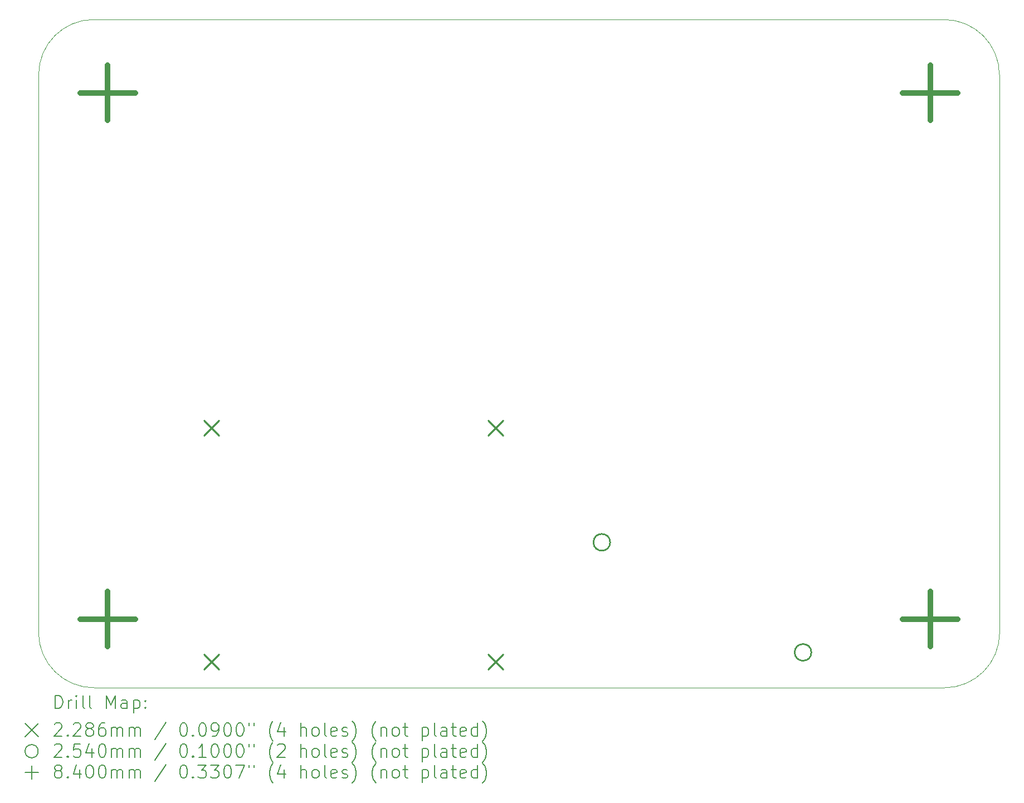
<source format=gbr>
%FSLAX45Y45*%
G04 Gerber Fmt 4.5, Leading zero omitted, Abs format (unit mm)*
G04 Created by KiCad (PCBNEW (6.0.4)) date 2023-03-10 14:52:50*
%MOMM*%
%LPD*%
G01*
G04 APERTURE LIST*
%TA.AperFunction,Profile*%
%ADD10C,0.100000*%
%TD*%
%ADD11C,0.200000*%
%ADD12C,0.228600*%
%ADD13C,0.254000*%
%ADD14C,0.840000*%
G04 APERTURE END LIST*
D10*
X20967000Y-13794000D02*
X8047345Y-13794000D01*
X21800737Y-4474263D02*
G75*
G03*
X20961737Y-3635263I-838997J3D01*
G01*
X21800737Y-4474263D02*
X21804000Y-12957000D01*
X7198347Y-12959250D02*
G75*
G03*
X8047345Y-13794000I841998J7250D01*
G01*
X8039000Y-3634000D02*
X20961737Y-3635263D01*
X20967000Y-13794000D02*
G75*
G03*
X21804000Y-12957000I0J837000D01*
G01*
X8039000Y-3634000D02*
G75*
G03*
X7200000Y-4473000I0J-839000D01*
G01*
X7198347Y-12959250D02*
X7200000Y-4473000D01*
D11*
D12*
X9707880Y-9728200D02*
X9936480Y-9956800D01*
X9936480Y-9728200D02*
X9707880Y-9956800D01*
X9710420Y-13284200D02*
X9939020Y-13512800D01*
X9939020Y-13284200D02*
X9710420Y-13512800D01*
X14025880Y-13286740D02*
X14254480Y-13515340D01*
X14254480Y-13286740D02*
X14025880Y-13515340D01*
X14028420Y-9730740D02*
X14257020Y-9959340D01*
X14257020Y-9730740D02*
X14028420Y-9959340D01*
D13*
X15885160Y-11582400D02*
G75*
G03*
X15885160Y-11582400I-127000J0D01*
G01*
X18943320Y-13256260D02*
G75*
G03*
X18943320Y-13256260I-127000J0D01*
G01*
D14*
X8250000Y-4330000D02*
X8250000Y-5170000D01*
X7830000Y-4750000D02*
X8670000Y-4750000D01*
X8250000Y-12330000D02*
X8250000Y-13170000D01*
X7830000Y-12750000D02*
X8670000Y-12750000D01*
X20750000Y-4330000D02*
X20750000Y-5170000D01*
X20330000Y-4750000D02*
X21170000Y-4750000D01*
X20750000Y-12330000D02*
X20750000Y-13170000D01*
X20330000Y-12750000D02*
X21170000Y-12750000D01*
D11*
X7450966Y-14109505D02*
X7450966Y-13909505D01*
X7498585Y-13909505D01*
X7527157Y-13919029D01*
X7546204Y-13938077D01*
X7555728Y-13957124D01*
X7565252Y-13995219D01*
X7565252Y-14023791D01*
X7555728Y-14061886D01*
X7546204Y-14080934D01*
X7527157Y-14099981D01*
X7498585Y-14109505D01*
X7450966Y-14109505D01*
X7650966Y-14109505D02*
X7650966Y-13976172D01*
X7650966Y-14014267D02*
X7660490Y-13995219D01*
X7670014Y-13985696D01*
X7689061Y-13976172D01*
X7708109Y-13976172D01*
X7774776Y-14109505D02*
X7774776Y-13976172D01*
X7774776Y-13909505D02*
X7765252Y-13919029D01*
X7774776Y-13928553D01*
X7784300Y-13919029D01*
X7774776Y-13909505D01*
X7774776Y-13928553D01*
X7898585Y-14109505D02*
X7879538Y-14099981D01*
X7870014Y-14080934D01*
X7870014Y-13909505D01*
X8003347Y-14109505D02*
X7984300Y-14099981D01*
X7974776Y-14080934D01*
X7974776Y-13909505D01*
X8231919Y-14109505D02*
X8231919Y-13909505D01*
X8298585Y-14052362D01*
X8365252Y-13909505D01*
X8365252Y-14109505D01*
X8546204Y-14109505D02*
X8546204Y-14004743D01*
X8536681Y-13985696D01*
X8517633Y-13976172D01*
X8479538Y-13976172D01*
X8460490Y-13985696D01*
X8546204Y-14099981D02*
X8527157Y-14109505D01*
X8479538Y-14109505D01*
X8460490Y-14099981D01*
X8450966Y-14080934D01*
X8450966Y-14061886D01*
X8460490Y-14042839D01*
X8479538Y-14033315D01*
X8527157Y-14033315D01*
X8546204Y-14023791D01*
X8641443Y-13976172D02*
X8641443Y-14176172D01*
X8641443Y-13985696D02*
X8660490Y-13976172D01*
X8698585Y-13976172D01*
X8717633Y-13985696D01*
X8727157Y-13995219D01*
X8736681Y-14014267D01*
X8736681Y-14071410D01*
X8727157Y-14090458D01*
X8717633Y-14099981D01*
X8698585Y-14109505D01*
X8660490Y-14109505D01*
X8641443Y-14099981D01*
X8822395Y-14090458D02*
X8831919Y-14099981D01*
X8822395Y-14109505D01*
X8812871Y-14099981D01*
X8822395Y-14090458D01*
X8822395Y-14109505D01*
X8822395Y-13985696D02*
X8831919Y-13995219D01*
X8822395Y-14004743D01*
X8812871Y-13995219D01*
X8822395Y-13985696D01*
X8822395Y-14004743D01*
X6993347Y-14339029D02*
X7193347Y-14539029D01*
X7193347Y-14339029D02*
X6993347Y-14539029D01*
X7441442Y-14348553D02*
X7450966Y-14339029D01*
X7470014Y-14329505D01*
X7517633Y-14329505D01*
X7536681Y-14339029D01*
X7546204Y-14348553D01*
X7555728Y-14367600D01*
X7555728Y-14386648D01*
X7546204Y-14415219D01*
X7431919Y-14529505D01*
X7555728Y-14529505D01*
X7641442Y-14510458D02*
X7650966Y-14519981D01*
X7641442Y-14529505D01*
X7631919Y-14519981D01*
X7641442Y-14510458D01*
X7641442Y-14529505D01*
X7727157Y-14348553D02*
X7736681Y-14339029D01*
X7755728Y-14329505D01*
X7803347Y-14329505D01*
X7822395Y-14339029D01*
X7831919Y-14348553D01*
X7841442Y-14367600D01*
X7841442Y-14386648D01*
X7831919Y-14415219D01*
X7717633Y-14529505D01*
X7841442Y-14529505D01*
X7955728Y-14415219D02*
X7936681Y-14405696D01*
X7927157Y-14396172D01*
X7917633Y-14377124D01*
X7917633Y-14367600D01*
X7927157Y-14348553D01*
X7936681Y-14339029D01*
X7955728Y-14329505D01*
X7993823Y-14329505D01*
X8012871Y-14339029D01*
X8022395Y-14348553D01*
X8031919Y-14367600D01*
X8031919Y-14377124D01*
X8022395Y-14396172D01*
X8012871Y-14405696D01*
X7993823Y-14415219D01*
X7955728Y-14415219D01*
X7936681Y-14424743D01*
X7927157Y-14434267D01*
X7917633Y-14453315D01*
X7917633Y-14491410D01*
X7927157Y-14510458D01*
X7936681Y-14519981D01*
X7955728Y-14529505D01*
X7993823Y-14529505D01*
X8012871Y-14519981D01*
X8022395Y-14510458D01*
X8031919Y-14491410D01*
X8031919Y-14453315D01*
X8022395Y-14434267D01*
X8012871Y-14424743D01*
X7993823Y-14415219D01*
X8203347Y-14329505D02*
X8165252Y-14329505D01*
X8146204Y-14339029D01*
X8136681Y-14348553D01*
X8117633Y-14377124D01*
X8108109Y-14415219D01*
X8108109Y-14491410D01*
X8117633Y-14510458D01*
X8127157Y-14519981D01*
X8146204Y-14529505D01*
X8184300Y-14529505D01*
X8203347Y-14519981D01*
X8212871Y-14510458D01*
X8222395Y-14491410D01*
X8222395Y-14443791D01*
X8212871Y-14424743D01*
X8203347Y-14415219D01*
X8184300Y-14405696D01*
X8146204Y-14405696D01*
X8127157Y-14415219D01*
X8117633Y-14424743D01*
X8108109Y-14443791D01*
X8308109Y-14529505D02*
X8308109Y-14396172D01*
X8308109Y-14415219D02*
X8317633Y-14405696D01*
X8336681Y-14396172D01*
X8365252Y-14396172D01*
X8384300Y-14405696D01*
X8393823Y-14424743D01*
X8393823Y-14529505D01*
X8393823Y-14424743D02*
X8403347Y-14405696D01*
X8422395Y-14396172D01*
X8450966Y-14396172D01*
X8470014Y-14405696D01*
X8479538Y-14424743D01*
X8479538Y-14529505D01*
X8574776Y-14529505D02*
X8574776Y-14396172D01*
X8574776Y-14415219D02*
X8584300Y-14405696D01*
X8603347Y-14396172D01*
X8631919Y-14396172D01*
X8650966Y-14405696D01*
X8660490Y-14424743D01*
X8660490Y-14529505D01*
X8660490Y-14424743D02*
X8670014Y-14405696D01*
X8689062Y-14396172D01*
X8717633Y-14396172D01*
X8736681Y-14405696D01*
X8746204Y-14424743D01*
X8746204Y-14529505D01*
X9136681Y-14319981D02*
X8965252Y-14577124D01*
X9393823Y-14329505D02*
X9412871Y-14329505D01*
X9431919Y-14339029D01*
X9441443Y-14348553D01*
X9450966Y-14367600D01*
X9460490Y-14405696D01*
X9460490Y-14453315D01*
X9450966Y-14491410D01*
X9441443Y-14510458D01*
X9431919Y-14519981D01*
X9412871Y-14529505D01*
X9393823Y-14529505D01*
X9374776Y-14519981D01*
X9365252Y-14510458D01*
X9355728Y-14491410D01*
X9346204Y-14453315D01*
X9346204Y-14405696D01*
X9355728Y-14367600D01*
X9365252Y-14348553D01*
X9374776Y-14339029D01*
X9393823Y-14329505D01*
X9546204Y-14510458D02*
X9555728Y-14519981D01*
X9546204Y-14529505D01*
X9536681Y-14519981D01*
X9546204Y-14510458D01*
X9546204Y-14529505D01*
X9679538Y-14329505D02*
X9698585Y-14329505D01*
X9717633Y-14339029D01*
X9727157Y-14348553D01*
X9736681Y-14367600D01*
X9746204Y-14405696D01*
X9746204Y-14453315D01*
X9736681Y-14491410D01*
X9727157Y-14510458D01*
X9717633Y-14519981D01*
X9698585Y-14529505D01*
X9679538Y-14529505D01*
X9660490Y-14519981D01*
X9650966Y-14510458D01*
X9641443Y-14491410D01*
X9631919Y-14453315D01*
X9631919Y-14405696D01*
X9641443Y-14367600D01*
X9650966Y-14348553D01*
X9660490Y-14339029D01*
X9679538Y-14329505D01*
X9841443Y-14529505D02*
X9879538Y-14529505D01*
X9898585Y-14519981D01*
X9908109Y-14510458D01*
X9927157Y-14481886D01*
X9936681Y-14443791D01*
X9936681Y-14367600D01*
X9927157Y-14348553D01*
X9917633Y-14339029D01*
X9898585Y-14329505D01*
X9860490Y-14329505D01*
X9841443Y-14339029D01*
X9831919Y-14348553D01*
X9822395Y-14367600D01*
X9822395Y-14415219D01*
X9831919Y-14434267D01*
X9841443Y-14443791D01*
X9860490Y-14453315D01*
X9898585Y-14453315D01*
X9917633Y-14443791D01*
X9927157Y-14434267D01*
X9936681Y-14415219D01*
X10060490Y-14329505D02*
X10079538Y-14329505D01*
X10098585Y-14339029D01*
X10108109Y-14348553D01*
X10117633Y-14367600D01*
X10127157Y-14405696D01*
X10127157Y-14453315D01*
X10117633Y-14491410D01*
X10108109Y-14510458D01*
X10098585Y-14519981D01*
X10079538Y-14529505D01*
X10060490Y-14529505D01*
X10041443Y-14519981D01*
X10031919Y-14510458D01*
X10022395Y-14491410D01*
X10012871Y-14453315D01*
X10012871Y-14405696D01*
X10022395Y-14367600D01*
X10031919Y-14348553D01*
X10041443Y-14339029D01*
X10060490Y-14329505D01*
X10250966Y-14329505D02*
X10270014Y-14329505D01*
X10289062Y-14339029D01*
X10298585Y-14348553D01*
X10308109Y-14367600D01*
X10317633Y-14405696D01*
X10317633Y-14453315D01*
X10308109Y-14491410D01*
X10298585Y-14510458D01*
X10289062Y-14519981D01*
X10270014Y-14529505D01*
X10250966Y-14529505D01*
X10231919Y-14519981D01*
X10222395Y-14510458D01*
X10212871Y-14491410D01*
X10203347Y-14453315D01*
X10203347Y-14405696D01*
X10212871Y-14367600D01*
X10222395Y-14348553D01*
X10231919Y-14339029D01*
X10250966Y-14329505D01*
X10393823Y-14329505D02*
X10393823Y-14367600D01*
X10470014Y-14329505D02*
X10470014Y-14367600D01*
X10765252Y-14605696D02*
X10755728Y-14596172D01*
X10736681Y-14567600D01*
X10727157Y-14548553D01*
X10717633Y-14519981D01*
X10708109Y-14472362D01*
X10708109Y-14434267D01*
X10717633Y-14386648D01*
X10727157Y-14358077D01*
X10736681Y-14339029D01*
X10755728Y-14310458D01*
X10765252Y-14300934D01*
X10927157Y-14396172D02*
X10927157Y-14529505D01*
X10879538Y-14319981D02*
X10831919Y-14462839D01*
X10955728Y-14462839D01*
X11184300Y-14529505D02*
X11184300Y-14329505D01*
X11270014Y-14529505D02*
X11270014Y-14424743D01*
X11260490Y-14405696D01*
X11241442Y-14396172D01*
X11212871Y-14396172D01*
X11193823Y-14405696D01*
X11184300Y-14415219D01*
X11393823Y-14529505D02*
X11374776Y-14519981D01*
X11365252Y-14510458D01*
X11355728Y-14491410D01*
X11355728Y-14434267D01*
X11365252Y-14415219D01*
X11374776Y-14405696D01*
X11393823Y-14396172D01*
X11422395Y-14396172D01*
X11441442Y-14405696D01*
X11450966Y-14415219D01*
X11460490Y-14434267D01*
X11460490Y-14491410D01*
X11450966Y-14510458D01*
X11441442Y-14519981D01*
X11422395Y-14529505D01*
X11393823Y-14529505D01*
X11574776Y-14529505D02*
X11555728Y-14519981D01*
X11546204Y-14500934D01*
X11546204Y-14329505D01*
X11727157Y-14519981D02*
X11708109Y-14529505D01*
X11670014Y-14529505D01*
X11650966Y-14519981D01*
X11641442Y-14500934D01*
X11641442Y-14424743D01*
X11650966Y-14405696D01*
X11670014Y-14396172D01*
X11708109Y-14396172D01*
X11727157Y-14405696D01*
X11736681Y-14424743D01*
X11736681Y-14443791D01*
X11641442Y-14462839D01*
X11812871Y-14519981D02*
X11831919Y-14529505D01*
X11870014Y-14529505D01*
X11889061Y-14519981D01*
X11898585Y-14500934D01*
X11898585Y-14491410D01*
X11889061Y-14472362D01*
X11870014Y-14462839D01*
X11841442Y-14462839D01*
X11822395Y-14453315D01*
X11812871Y-14434267D01*
X11812871Y-14424743D01*
X11822395Y-14405696D01*
X11841442Y-14396172D01*
X11870014Y-14396172D01*
X11889061Y-14405696D01*
X11965252Y-14605696D02*
X11974776Y-14596172D01*
X11993823Y-14567600D01*
X12003347Y-14548553D01*
X12012871Y-14519981D01*
X12022395Y-14472362D01*
X12022395Y-14434267D01*
X12012871Y-14386648D01*
X12003347Y-14358077D01*
X11993823Y-14339029D01*
X11974776Y-14310458D01*
X11965252Y-14300934D01*
X12327157Y-14605696D02*
X12317633Y-14596172D01*
X12298585Y-14567600D01*
X12289061Y-14548553D01*
X12279538Y-14519981D01*
X12270014Y-14472362D01*
X12270014Y-14434267D01*
X12279538Y-14386648D01*
X12289061Y-14358077D01*
X12298585Y-14339029D01*
X12317633Y-14310458D01*
X12327157Y-14300934D01*
X12403347Y-14396172D02*
X12403347Y-14529505D01*
X12403347Y-14415219D02*
X12412871Y-14405696D01*
X12431919Y-14396172D01*
X12460490Y-14396172D01*
X12479538Y-14405696D01*
X12489061Y-14424743D01*
X12489061Y-14529505D01*
X12612871Y-14529505D02*
X12593823Y-14519981D01*
X12584300Y-14510458D01*
X12574776Y-14491410D01*
X12574776Y-14434267D01*
X12584300Y-14415219D01*
X12593823Y-14405696D01*
X12612871Y-14396172D01*
X12641442Y-14396172D01*
X12660490Y-14405696D01*
X12670014Y-14415219D01*
X12679538Y-14434267D01*
X12679538Y-14491410D01*
X12670014Y-14510458D01*
X12660490Y-14519981D01*
X12641442Y-14529505D01*
X12612871Y-14529505D01*
X12736681Y-14396172D02*
X12812871Y-14396172D01*
X12765252Y-14329505D02*
X12765252Y-14500934D01*
X12774776Y-14519981D01*
X12793823Y-14529505D01*
X12812871Y-14529505D01*
X13031919Y-14396172D02*
X13031919Y-14596172D01*
X13031919Y-14405696D02*
X13050966Y-14396172D01*
X13089061Y-14396172D01*
X13108109Y-14405696D01*
X13117633Y-14415219D01*
X13127157Y-14434267D01*
X13127157Y-14491410D01*
X13117633Y-14510458D01*
X13108109Y-14519981D01*
X13089061Y-14529505D01*
X13050966Y-14529505D01*
X13031919Y-14519981D01*
X13241442Y-14529505D02*
X13222395Y-14519981D01*
X13212871Y-14500934D01*
X13212871Y-14329505D01*
X13403347Y-14529505D02*
X13403347Y-14424743D01*
X13393823Y-14405696D01*
X13374776Y-14396172D01*
X13336681Y-14396172D01*
X13317633Y-14405696D01*
X13403347Y-14519981D02*
X13384300Y-14529505D01*
X13336681Y-14529505D01*
X13317633Y-14519981D01*
X13308109Y-14500934D01*
X13308109Y-14481886D01*
X13317633Y-14462839D01*
X13336681Y-14453315D01*
X13384300Y-14453315D01*
X13403347Y-14443791D01*
X13470014Y-14396172D02*
X13546204Y-14396172D01*
X13498585Y-14329505D02*
X13498585Y-14500934D01*
X13508109Y-14519981D01*
X13527157Y-14529505D01*
X13546204Y-14529505D01*
X13689061Y-14519981D02*
X13670014Y-14529505D01*
X13631919Y-14529505D01*
X13612871Y-14519981D01*
X13603347Y-14500934D01*
X13603347Y-14424743D01*
X13612871Y-14405696D01*
X13631919Y-14396172D01*
X13670014Y-14396172D01*
X13689061Y-14405696D01*
X13698585Y-14424743D01*
X13698585Y-14443791D01*
X13603347Y-14462839D01*
X13870014Y-14529505D02*
X13870014Y-14329505D01*
X13870014Y-14519981D02*
X13850966Y-14529505D01*
X13812871Y-14529505D01*
X13793823Y-14519981D01*
X13784300Y-14510458D01*
X13774776Y-14491410D01*
X13774776Y-14434267D01*
X13784300Y-14415219D01*
X13793823Y-14405696D01*
X13812871Y-14396172D01*
X13850966Y-14396172D01*
X13870014Y-14405696D01*
X13946204Y-14605696D02*
X13955728Y-14596172D01*
X13974776Y-14567600D01*
X13984300Y-14548553D01*
X13993823Y-14519981D01*
X14003347Y-14472362D01*
X14003347Y-14434267D01*
X13993823Y-14386648D01*
X13984300Y-14358077D01*
X13974776Y-14339029D01*
X13955728Y-14310458D01*
X13946204Y-14300934D01*
X7193347Y-14759029D02*
G75*
G03*
X7193347Y-14759029I-100000J0D01*
G01*
X7441442Y-14668553D02*
X7450966Y-14659029D01*
X7470014Y-14649505D01*
X7517633Y-14649505D01*
X7536681Y-14659029D01*
X7546204Y-14668553D01*
X7555728Y-14687600D01*
X7555728Y-14706648D01*
X7546204Y-14735219D01*
X7431919Y-14849505D01*
X7555728Y-14849505D01*
X7641442Y-14830458D02*
X7650966Y-14839981D01*
X7641442Y-14849505D01*
X7631919Y-14839981D01*
X7641442Y-14830458D01*
X7641442Y-14849505D01*
X7831919Y-14649505D02*
X7736681Y-14649505D01*
X7727157Y-14744743D01*
X7736681Y-14735219D01*
X7755728Y-14725696D01*
X7803347Y-14725696D01*
X7822395Y-14735219D01*
X7831919Y-14744743D01*
X7841442Y-14763791D01*
X7841442Y-14811410D01*
X7831919Y-14830458D01*
X7822395Y-14839981D01*
X7803347Y-14849505D01*
X7755728Y-14849505D01*
X7736681Y-14839981D01*
X7727157Y-14830458D01*
X8012871Y-14716172D02*
X8012871Y-14849505D01*
X7965252Y-14639981D02*
X7917633Y-14782839D01*
X8041442Y-14782839D01*
X8155728Y-14649505D02*
X8174776Y-14649505D01*
X8193823Y-14659029D01*
X8203347Y-14668553D01*
X8212871Y-14687600D01*
X8222395Y-14725696D01*
X8222395Y-14773315D01*
X8212871Y-14811410D01*
X8203347Y-14830458D01*
X8193823Y-14839981D01*
X8174776Y-14849505D01*
X8155728Y-14849505D01*
X8136681Y-14839981D01*
X8127157Y-14830458D01*
X8117633Y-14811410D01*
X8108109Y-14773315D01*
X8108109Y-14725696D01*
X8117633Y-14687600D01*
X8127157Y-14668553D01*
X8136681Y-14659029D01*
X8155728Y-14649505D01*
X8308109Y-14849505D02*
X8308109Y-14716172D01*
X8308109Y-14735219D02*
X8317633Y-14725696D01*
X8336681Y-14716172D01*
X8365252Y-14716172D01*
X8384300Y-14725696D01*
X8393823Y-14744743D01*
X8393823Y-14849505D01*
X8393823Y-14744743D02*
X8403347Y-14725696D01*
X8422395Y-14716172D01*
X8450966Y-14716172D01*
X8470014Y-14725696D01*
X8479538Y-14744743D01*
X8479538Y-14849505D01*
X8574776Y-14849505D02*
X8574776Y-14716172D01*
X8574776Y-14735219D02*
X8584300Y-14725696D01*
X8603347Y-14716172D01*
X8631919Y-14716172D01*
X8650966Y-14725696D01*
X8660490Y-14744743D01*
X8660490Y-14849505D01*
X8660490Y-14744743D02*
X8670014Y-14725696D01*
X8689062Y-14716172D01*
X8717633Y-14716172D01*
X8736681Y-14725696D01*
X8746204Y-14744743D01*
X8746204Y-14849505D01*
X9136681Y-14639981D02*
X8965252Y-14897124D01*
X9393823Y-14649505D02*
X9412871Y-14649505D01*
X9431919Y-14659029D01*
X9441443Y-14668553D01*
X9450966Y-14687600D01*
X9460490Y-14725696D01*
X9460490Y-14773315D01*
X9450966Y-14811410D01*
X9441443Y-14830458D01*
X9431919Y-14839981D01*
X9412871Y-14849505D01*
X9393823Y-14849505D01*
X9374776Y-14839981D01*
X9365252Y-14830458D01*
X9355728Y-14811410D01*
X9346204Y-14773315D01*
X9346204Y-14725696D01*
X9355728Y-14687600D01*
X9365252Y-14668553D01*
X9374776Y-14659029D01*
X9393823Y-14649505D01*
X9546204Y-14830458D02*
X9555728Y-14839981D01*
X9546204Y-14849505D01*
X9536681Y-14839981D01*
X9546204Y-14830458D01*
X9546204Y-14849505D01*
X9746204Y-14849505D02*
X9631919Y-14849505D01*
X9689062Y-14849505D02*
X9689062Y-14649505D01*
X9670014Y-14678077D01*
X9650966Y-14697124D01*
X9631919Y-14706648D01*
X9870014Y-14649505D02*
X9889062Y-14649505D01*
X9908109Y-14659029D01*
X9917633Y-14668553D01*
X9927157Y-14687600D01*
X9936681Y-14725696D01*
X9936681Y-14773315D01*
X9927157Y-14811410D01*
X9917633Y-14830458D01*
X9908109Y-14839981D01*
X9889062Y-14849505D01*
X9870014Y-14849505D01*
X9850966Y-14839981D01*
X9841443Y-14830458D01*
X9831919Y-14811410D01*
X9822395Y-14773315D01*
X9822395Y-14725696D01*
X9831919Y-14687600D01*
X9841443Y-14668553D01*
X9850966Y-14659029D01*
X9870014Y-14649505D01*
X10060490Y-14649505D02*
X10079538Y-14649505D01*
X10098585Y-14659029D01*
X10108109Y-14668553D01*
X10117633Y-14687600D01*
X10127157Y-14725696D01*
X10127157Y-14773315D01*
X10117633Y-14811410D01*
X10108109Y-14830458D01*
X10098585Y-14839981D01*
X10079538Y-14849505D01*
X10060490Y-14849505D01*
X10041443Y-14839981D01*
X10031919Y-14830458D01*
X10022395Y-14811410D01*
X10012871Y-14773315D01*
X10012871Y-14725696D01*
X10022395Y-14687600D01*
X10031919Y-14668553D01*
X10041443Y-14659029D01*
X10060490Y-14649505D01*
X10250966Y-14649505D02*
X10270014Y-14649505D01*
X10289062Y-14659029D01*
X10298585Y-14668553D01*
X10308109Y-14687600D01*
X10317633Y-14725696D01*
X10317633Y-14773315D01*
X10308109Y-14811410D01*
X10298585Y-14830458D01*
X10289062Y-14839981D01*
X10270014Y-14849505D01*
X10250966Y-14849505D01*
X10231919Y-14839981D01*
X10222395Y-14830458D01*
X10212871Y-14811410D01*
X10203347Y-14773315D01*
X10203347Y-14725696D01*
X10212871Y-14687600D01*
X10222395Y-14668553D01*
X10231919Y-14659029D01*
X10250966Y-14649505D01*
X10393823Y-14649505D02*
X10393823Y-14687600D01*
X10470014Y-14649505D02*
X10470014Y-14687600D01*
X10765252Y-14925696D02*
X10755728Y-14916172D01*
X10736681Y-14887600D01*
X10727157Y-14868553D01*
X10717633Y-14839981D01*
X10708109Y-14792362D01*
X10708109Y-14754267D01*
X10717633Y-14706648D01*
X10727157Y-14678077D01*
X10736681Y-14659029D01*
X10755728Y-14630458D01*
X10765252Y-14620934D01*
X10831919Y-14668553D02*
X10841443Y-14659029D01*
X10860490Y-14649505D01*
X10908109Y-14649505D01*
X10927157Y-14659029D01*
X10936681Y-14668553D01*
X10946204Y-14687600D01*
X10946204Y-14706648D01*
X10936681Y-14735219D01*
X10822395Y-14849505D01*
X10946204Y-14849505D01*
X11184300Y-14849505D02*
X11184300Y-14649505D01*
X11270014Y-14849505D02*
X11270014Y-14744743D01*
X11260490Y-14725696D01*
X11241442Y-14716172D01*
X11212871Y-14716172D01*
X11193823Y-14725696D01*
X11184300Y-14735219D01*
X11393823Y-14849505D02*
X11374776Y-14839981D01*
X11365252Y-14830458D01*
X11355728Y-14811410D01*
X11355728Y-14754267D01*
X11365252Y-14735219D01*
X11374776Y-14725696D01*
X11393823Y-14716172D01*
X11422395Y-14716172D01*
X11441442Y-14725696D01*
X11450966Y-14735219D01*
X11460490Y-14754267D01*
X11460490Y-14811410D01*
X11450966Y-14830458D01*
X11441442Y-14839981D01*
X11422395Y-14849505D01*
X11393823Y-14849505D01*
X11574776Y-14849505D02*
X11555728Y-14839981D01*
X11546204Y-14820934D01*
X11546204Y-14649505D01*
X11727157Y-14839981D02*
X11708109Y-14849505D01*
X11670014Y-14849505D01*
X11650966Y-14839981D01*
X11641442Y-14820934D01*
X11641442Y-14744743D01*
X11650966Y-14725696D01*
X11670014Y-14716172D01*
X11708109Y-14716172D01*
X11727157Y-14725696D01*
X11736681Y-14744743D01*
X11736681Y-14763791D01*
X11641442Y-14782839D01*
X11812871Y-14839981D02*
X11831919Y-14849505D01*
X11870014Y-14849505D01*
X11889061Y-14839981D01*
X11898585Y-14820934D01*
X11898585Y-14811410D01*
X11889061Y-14792362D01*
X11870014Y-14782839D01*
X11841442Y-14782839D01*
X11822395Y-14773315D01*
X11812871Y-14754267D01*
X11812871Y-14744743D01*
X11822395Y-14725696D01*
X11841442Y-14716172D01*
X11870014Y-14716172D01*
X11889061Y-14725696D01*
X11965252Y-14925696D02*
X11974776Y-14916172D01*
X11993823Y-14887600D01*
X12003347Y-14868553D01*
X12012871Y-14839981D01*
X12022395Y-14792362D01*
X12022395Y-14754267D01*
X12012871Y-14706648D01*
X12003347Y-14678077D01*
X11993823Y-14659029D01*
X11974776Y-14630458D01*
X11965252Y-14620934D01*
X12327157Y-14925696D02*
X12317633Y-14916172D01*
X12298585Y-14887600D01*
X12289061Y-14868553D01*
X12279538Y-14839981D01*
X12270014Y-14792362D01*
X12270014Y-14754267D01*
X12279538Y-14706648D01*
X12289061Y-14678077D01*
X12298585Y-14659029D01*
X12317633Y-14630458D01*
X12327157Y-14620934D01*
X12403347Y-14716172D02*
X12403347Y-14849505D01*
X12403347Y-14735219D02*
X12412871Y-14725696D01*
X12431919Y-14716172D01*
X12460490Y-14716172D01*
X12479538Y-14725696D01*
X12489061Y-14744743D01*
X12489061Y-14849505D01*
X12612871Y-14849505D02*
X12593823Y-14839981D01*
X12584300Y-14830458D01*
X12574776Y-14811410D01*
X12574776Y-14754267D01*
X12584300Y-14735219D01*
X12593823Y-14725696D01*
X12612871Y-14716172D01*
X12641442Y-14716172D01*
X12660490Y-14725696D01*
X12670014Y-14735219D01*
X12679538Y-14754267D01*
X12679538Y-14811410D01*
X12670014Y-14830458D01*
X12660490Y-14839981D01*
X12641442Y-14849505D01*
X12612871Y-14849505D01*
X12736681Y-14716172D02*
X12812871Y-14716172D01*
X12765252Y-14649505D02*
X12765252Y-14820934D01*
X12774776Y-14839981D01*
X12793823Y-14849505D01*
X12812871Y-14849505D01*
X13031919Y-14716172D02*
X13031919Y-14916172D01*
X13031919Y-14725696D02*
X13050966Y-14716172D01*
X13089061Y-14716172D01*
X13108109Y-14725696D01*
X13117633Y-14735219D01*
X13127157Y-14754267D01*
X13127157Y-14811410D01*
X13117633Y-14830458D01*
X13108109Y-14839981D01*
X13089061Y-14849505D01*
X13050966Y-14849505D01*
X13031919Y-14839981D01*
X13241442Y-14849505D02*
X13222395Y-14839981D01*
X13212871Y-14820934D01*
X13212871Y-14649505D01*
X13403347Y-14849505D02*
X13403347Y-14744743D01*
X13393823Y-14725696D01*
X13374776Y-14716172D01*
X13336681Y-14716172D01*
X13317633Y-14725696D01*
X13403347Y-14839981D02*
X13384300Y-14849505D01*
X13336681Y-14849505D01*
X13317633Y-14839981D01*
X13308109Y-14820934D01*
X13308109Y-14801886D01*
X13317633Y-14782839D01*
X13336681Y-14773315D01*
X13384300Y-14773315D01*
X13403347Y-14763791D01*
X13470014Y-14716172D02*
X13546204Y-14716172D01*
X13498585Y-14649505D02*
X13498585Y-14820934D01*
X13508109Y-14839981D01*
X13527157Y-14849505D01*
X13546204Y-14849505D01*
X13689061Y-14839981D02*
X13670014Y-14849505D01*
X13631919Y-14849505D01*
X13612871Y-14839981D01*
X13603347Y-14820934D01*
X13603347Y-14744743D01*
X13612871Y-14725696D01*
X13631919Y-14716172D01*
X13670014Y-14716172D01*
X13689061Y-14725696D01*
X13698585Y-14744743D01*
X13698585Y-14763791D01*
X13603347Y-14782839D01*
X13870014Y-14849505D02*
X13870014Y-14649505D01*
X13870014Y-14839981D02*
X13850966Y-14849505D01*
X13812871Y-14849505D01*
X13793823Y-14839981D01*
X13784300Y-14830458D01*
X13774776Y-14811410D01*
X13774776Y-14754267D01*
X13784300Y-14735219D01*
X13793823Y-14725696D01*
X13812871Y-14716172D01*
X13850966Y-14716172D01*
X13870014Y-14725696D01*
X13946204Y-14925696D02*
X13955728Y-14916172D01*
X13974776Y-14887600D01*
X13984300Y-14868553D01*
X13993823Y-14839981D01*
X14003347Y-14792362D01*
X14003347Y-14754267D01*
X13993823Y-14706648D01*
X13984300Y-14678077D01*
X13974776Y-14659029D01*
X13955728Y-14630458D01*
X13946204Y-14620934D01*
X7093347Y-14979029D02*
X7093347Y-15179029D01*
X6993347Y-15079029D02*
X7193347Y-15079029D01*
X7479538Y-15055219D02*
X7460490Y-15045696D01*
X7450966Y-15036172D01*
X7441442Y-15017124D01*
X7441442Y-15007600D01*
X7450966Y-14988553D01*
X7460490Y-14979029D01*
X7479538Y-14969505D01*
X7517633Y-14969505D01*
X7536681Y-14979029D01*
X7546204Y-14988553D01*
X7555728Y-15007600D01*
X7555728Y-15017124D01*
X7546204Y-15036172D01*
X7536681Y-15045696D01*
X7517633Y-15055219D01*
X7479538Y-15055219D01*
X7460490Y-15064743D01*
X7450966Y-15074267D01*
X7441442Y-15093315D01*
X7441442Y-15131410D01*
X7450966Y-15150458D01*
X7460490Y-15159981D01*
X7479538Y-15169505D01*
X7517633Y-15169505D01*
X7536681Y-15159981D01*
X7546204Y-15150458D01*
X7555728Y-15131410D01*
X7555728Y-15093315D01*
X7546204Y-15074267D01*
X7536681Y-15064743D01*
X7517633Y-15055219D01*
X7641442Y-15150458D02*
X7650966Y-15159981D01*
X7641442Y-15169505D01*
X7631919Y-15159981D01*
X7641442Y-15150458D01*
X7641442Y-15169505D01*
X7822395Y-15036172D02*
X7822395Y-15169505D01*
X7774776Y-14959981D02*
X7727157Y-15102839D01*
X7850966Y-15102839D01*
X7965252Y-14969505D02*
X7984300Y-14969505D01*
X8003347Y-14979029D01*
X8012871Y-14988553D01*
X8022395Y-15007600D01*
X8031919Y-15045696D01*
X8031919Y-15093315D01*
X8022395Y-15131410D01*
X8012871Y-15150458D01*
X8003347Y-15159981D01*
X7984300Y-15169505D01*
X7965252Y-15169505D01*
X7946204Y-15159981D01*
X7936681Y-15150458D01*
X7927157Y-15131410D01*
X7917633Y-15093315D01*
X7917633Y-15045696D01*
X7927157Y-15007600D01*
X7936681Y-14988553D01*
X7946204Y-14979029D01*
X7965252Y-14969505D01*
X8155728Y-14969505D02*
X8174776Y-14969505D01*
X8193823Y-14979029D01*
X8203347Y-14988553D01*
X8212871Y-15007600D01*
X8222395Y-15045696D01*
X8222395Y-15093315D01*
X8212871Y-15131410D01*
X8203347Y-15150458D01*
X8193823Y-15159981D01*
X8174776Y-15169505D01*
X8155728Y-15169505D01*
X8136681Y-15159981D01*
X8127157Y-15150458D01*
X8117633Y-15131410D01*
X8108109Y-15093315D01*
X8108109Y-15045696D01*
X8117633Y-15007600D01*
X8127157Y-14988553D01*
X8136681Y-14979029D01*
X8155728Y-14969505D01*
X8308109Y-15169505D02*
X8308109Y-15036172D01*
X8308109Y-15055219D02*
X8317633Y-15045696D01*
X8336681Y-15036172D01*
X8365252Y-15036172D01*
X8384300Y-15045696D01*
X8393823Y-15064743D01*
X8393823Y-15169505D01*
X8393823Y-15064743D02*
X8403347Y-15045696D01*
X8422395Y-15036172D01*
X8450966Y-15036172D01*
X8470014Y-15045696D01*
X8479538Y-15064743D01*
X8479538Y-15169505D01*
X8574776Y-15169505D02*
X8574776Y-15036172D01*
X8574776Y-15055219D02*
X8584300Y-15045696D01*
X8603347Y-15036172D01*
X8631919Y-15036172D01*
X8650966Y-15045696D01*
X8660490Y-15064743D01*
X8660490Y-15169505D01*
X8660490Y-15064743D02*
X8670014Y-15045696D01*
X8689062Y-15036172D01*
X8717633Y-15036172D01*
X8736681Y-15045696D01*
X8746204Y-15064743D01*
X8746204Y-15169505D01*
X9136681Y-14959981D02*
X8965252Y-15217124D01*
X9393823Y-14969505D02*
X9412871Y-14969505D01*
X9431919Y-14979029D01*
X9441443Y-14988553D01*
X9450966Y-15007600D01*
X9460490Y-15045696D01*
X9460490Y-15093315D01*
X9450966Y-15131410D01*
X9441443Y-15150458D01*
X9431919Y-15159981D01*
X9412871Y-15169505D01*
X9393823Y-15169505D01*
X9374776Y-15159981D01*
X9365252Y-15150458D01*
X9355728Y-15131410D01*
X9346204Y-15093315D01*
X9346204Y-15045696D01*
X9355728Y-15007600D01*
X9365252Y-14988553D01*
X9374776Y-14979029D01*
X9393823Y-14969505D01*
X9546204Y-15150458D02*
X9555728Y-15159981D01*
X9546204Y-15169505D01*
X9536681Y-15159981D01*
X9546204Y-15150458D01*
X9546204Y-15169505D01*
X9622395Y-14969505D02*
X9746204Y-14969505D01*
X9679538Y-15045696D01*
X9708109Y-15045696D01*
X9727157Y-15055219D01*
X9736681Y-15064743D01*
X9746204Y-15083791D01*
X9746204Y-15131410D01*
X9736681Y-15150458D01*
X9727157Y-15159981D01*
X9708109Y-15169505D01*
X9650966Y-15169505D01*
X9631919Y-15159981D01*
X9622395Y-15150458D01*
X9812871Y-14969505D02*
X9936681Y-14969505D01*
X9870014Y-15045696D01*
X9898585Y-15045696D01*
X9917633Y-15055219D01*
X9927157Y-15064743D01*
X9936681Y-15083791D01*
X9936681Y-15131410D01*
X9927157Y-15150458D01*
X9917633Y-15159981D01*
X9898585Y-15169505D01*
X9841443Y-15169505D01*
X9822395Y-15159981D01*
X9812871Y-15150458D01*
X10060490Y-14969505D02*
X10079538Y-14969505D01*
X10098585Y-14979029D01*
X10108109Y-14988553D01*
X10117633Y-15007600D01*
X10127157Y-15045696D01*
X10127157Y-15093315D01*
X10117633Y-15131410D01*
X10108109Y-15150458D01*
X10098585Y-15159981D01*
X10079538Y-15169505D01*
X10060490Y-15169505D01*
X10041443Y-15159981D01*
X10031919Y-15150458D01*
X10022395Y-15131410D01*
X10012871Y-15093315D01*
X10012871Y-15045696D01*
X10022395Y-15007600D01*
X10031919Y-14988553D01*
X10041443Y-14979029D01*
X10060490Y-14969505D01*
X10193823Y-14969505D02*
X10327157Y-14969505D01*
X10241443Y-15169505D01*
X10393823Y-14969505D02*
X10393823Y-15007600D01*
X10470014Y-14969505D02*
X10470014Y-15007600D01*
X10765252Y-15245696D02*
X10755728Y-15236172D01*
X10736681Y-15207600D01*
X10727157Y-15188553D01*
X10717633Y-15159981D01*
X10708109Y-15112362D01*
X10708109Y-15074267D01*
X10717633Y-15026648D01*
X10727157Y-14998077D01*
X10736681Y-14979029D01*
X10755728Y-14950458D01*
X10765252Y-14940934D01*
X10927157Y-15036172D02*
X10927157Y-15169505D01*
X10879538Y-14959981D02*
X10831919Y-15102839D01*
X10955728Y-15102839D01*
X11184300Y-15169505D02*
X11184300Y-14969505D01*
X11270014Y-15169505D02*
X11270014Y-15064743D01*
X11260490Y-15045696D01*
X11241442Y-15036172D01*
X11212871Y-15036172D01*
X11193823Y-15045696D01*
X11184300Y-15055219D01*
X11393823Y-15169505D02*
X11374776Y-15159981D01*
X11365252Y-15150458D01*
X11355728Y-15131410D01*
X11355728Y-15074267D01*
X11365252Y-15055219D01*
X11374776Y-15045696D01*
X11393823Y-15036172D01*
X11422395Y-15036172D01*
X11441442Y-15045696D01*
X11450966Y-15055219D01*
X11460490Y-15074267D01*
X11460490Y-15131410D01*
X11450966Y-15150458D01*
X11441442Y-15159981D01*
X11422395Y-15169505D01*
X11393823Y-15169505D01*
X11574776Y-15169505D02*
X11555728Y-15159981D01*
X11546204Y-15140934D01*
X11546204Y-14969505D01*
X11727157Y-15159981D02*
X11708109Y-15169505D01*
X11670014Y-15169505D01*
X11650966Y-15159981D01*
X11641442Y-15140934D01*
X11641442Y-15064743D01*
X11650966Y-15045696D01*
X11670014Y-15036172D01*
X11708109Y-15036172D01*
X11727157Y-15045696D01*
X11736681Y-15064743D01*
X11736681Y-15083791D01*
X11641442Y-15102839D01*
X11812871Y-15159981D02*
X11831919Y-15169505D01*
X11870014Y-15169505D01*
X11889061Y-15159981D01*
X11898585Y-15140934D01*
X11898585Y-15131410D01*
X11889061Y-15112362D01*
X11870014Y-15102839D01*
X11841442Y-15102839D01*
X11822395Y-15093315D01*
X11812871Y-15074267D01*
X11812871Y-15064743D01*
X11822395Y-15045696D01*
X11841442Y-15036172D01*
X11870014Y-15036172D01*
X11889061Y-15045696D01*
X11965252Y-15245696D02*
X11974776Y-15236172D01*
X11993823Y-15207600D01*
X12003347Y-15188553D01*
X12012871Y-15159981D01*
X12022395Y-15112362D01*
X12022395Y-15074267D01*
X12012871Y-15026648D01*
X12003347Y-14998077D01*
X11993823Y-14979029D01*
X11974776Y-14950458D01*
X11965252Y-14940934D01*
X12327157Y-15245696D02*
X12317633Y-15236172D01*
X12298585Y-15207600D01*
X12289061Y-15188553D01*
X12279538Y-15159981D01*
X12270014Y-15112362D01*
X12270014Y-15074267D01*
X12279538Y-15026648D01*
X12289061Y-14998077D01*
X12298585Y-14979029D01*
X12317633Y-14950458D01*
X12327157Y-14940934D01*
X12403347Y-15036172D02*
X12403347Y-15169505D01*
X12403347Y-15055219D02*
X12412871Y-15045696D01*
X12431919Y-15036172D01*
X12460490Y-15036172D01*
X12479538Y-15045696D01*
X12489061Y-15064743D01*
X12489061Y-15169505D01*
X12612871Y-15169505D02*
X12593823Y-15159981D01*
X12584300Y-15150458D01*
X12574776Y-15131410D01*
X12574776Y-15074267D01*
X12584300Y-15055219D01*
X12593823Y-15045696D01*
X12612871Y-15036172D01*
X12641442Y-15036172D01*
X12660490Y-15045696D01*
X12670014Y-15055219D01*
X12679538Y-15074267D01*
X12679538Y-15131410D01*
X12670014Y-15150458D01*
X12660490Y-15159981D01*
X12641442Y-15169505D01*
X12612871Y-15169505D01*
X12736681Y-15036172D02*
X12812871Y-15036172D01*
X12765252Y-14969505D02*
X12765252Y-15140934D01*
X12774776Y-15159981D01*
X12793823Y-15169505D01*
X12812871Y-15169505D01*
X13031919Y-15036172D02*
X13031919Y-15236172D01*
X13031919Y-15045696D02*
X13050966Y-15036172D01*
X13089061Y-15036172D01*
X13108109Y-15045696D01*
X13117633Y-15055219D01*
X13127157Y-15074267D01*
X13127157Y-15131410D01*
X13117633Y-15150458D01*
X13108109Y-15159981D01*
X13089061Y-15169505D01*
X13050966Y-15169505D01*
X13031919Y-15159981D01*
X13241442Y-15169505D02*
X13222395Y-15159981D01*
X13212871Y-15140934D01*
X13212871Y-14969505D01*
X13403347Y-15169505D02*
X13403347Y-15064743D01*
X13393823Y-15045696D01*
X13374776Y-15036172D01*
X13336681Y-15036172D01*
X13317633Y-15045696D01*
X13403347Y-15159981D02*
X13384300Y-15169505D01*
X13336681Y-15169505D01*
X13317633Y-15159981D01*
X13308109Y-15140934D01*
X13308109Y-15121886D01*
X13317633Y-15102839D01*
X13336681Y-15093315D01*
X13384300Y-15093315D01*
X13403347Y-15083791D01*
X13470014Y-15036172D02*
X13546204Y-15036172D01*
X13498585Y-14969505D02*
X13498585Y-15140934D01*
X13508109Y-15159981D01*
X13527157Y-15169505D01*
X13546204Y-15169505D01*
X13689061Y-15159981D02*
X13670014Y-15169505D01*
X13631919Y-15169505D01*
X13612871Y-15159981D01*
X13603347Y-15140934D01*
X13603347Y-15064743D01*
X13612871Y-15045696D01*
X13631919Y-15036172D01*
X13670014Y-15036172D01*
X13689061Y-15045696D01*
X13698585Y-15064743D01*
X13698585Y-15083791D01*
X13603347Y-15102839D01*
X13870014Y-15169505D02*
X13870014Y-14969505D01*
X13870014Y-15159981D02*
X13850966Y-15169505D01*
X13812871Y-15169505D01*
X13793823Y-15159981D01*
X13784300Y-15150458D01*
X13774776Y-15131410D01*
X13774776Y-15074267D01*
X13784300Y-15055219D01*
X13793823Y-15045696D01*
X13812871Y-15036172D01*
X13850966Y-15036172D01*
X13870014Y-15045696D01*
X13946204Y-15245696D02*
X13955728Y-15236172D01*
X13974776Y-15207600D01*
X13984300Y-15188553D01*
X13993823Y-15159981D01*
X14003347Y-15112362D01*
X14003347Y-15074267D01*
X13993823Y-15026648D01*
X13984300Y-14998077D01*
X13974776Y-14979029D01*
X13955728Y-14950458D01*
X13946204Y-14940934D01*
M02*

</source>
